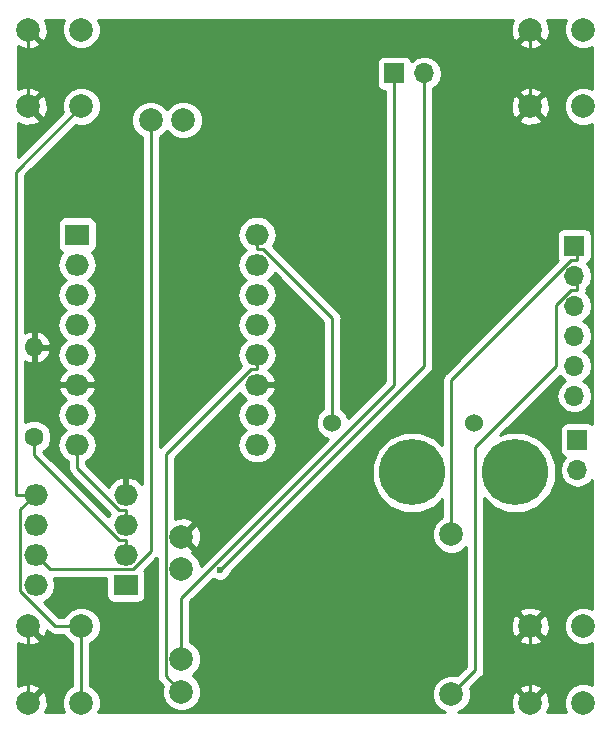
<source format=gbr>
G04 #@! TF.GenerationSoftware,KiCad,Pcbnew,(5.0.1-3-g963ef8bb5)*
G04 #@! TF.CreationDate,2019-04-15T21:43:45+02:00*
G04 #@! TF.ProjectId,NOKOlino,4E4F4B4F6C696E6F2E6B696361645F70,rev?*
G04 #@! TF.SameCoordinates,Original*
G04 #@! TF.FileFunction,Copper,L1,Top,Signal*
G04 #@! TF.FilePolarity,Positive*
%FSLAX46Y46*%
G04 Gerber Fmt 4.6, Leading zero omitted, Abs format (unit mm)*
G04 Created by KiCad (PCBNEW (5.0.1-3-g963ef8bb5)) date 2019 April 15, Monday 21:43:45*
%MOMM*%
%LPD*%
G01*
G04 APERTURE LIST*
G04 #@! TA.AperFunction,ComponentPad*
%ADD10C,1.524000*%
G04 #@! TD*
G04 #@! TA.AperFunction,ComponentPad*
%ADD11C,5.600000*%
G04 #@! TD*
G04 #@! TA.AperFunction,ComponentPad*
%ADD12C,2.000000*%
G04 #@! TD*
G04 #@! TA.AperFunction,ComponentPad*
%ADD13R,2.000000X1.800000*%
G04 #@! TD*
G04 #@! TA.AperFunction,ComponentPad*
%ADD14O,2.000000X1.800000*%
G04 #@! TD*
G04 #@! TA.AperFunction,ComponentPad*
%ADD15C,1.600000*%
G04 #@! TD*
G04 #@! TA.AperFunction,ComponentPad*
%ADD16O,1.600000X1.600000*%
G04 #@! TD*
G04 #@! TA.AperFunction,ComponentPad*
%ADD17R,1.700000X1.700000*%
G04 #@! TD*
G04 #@! TA.AperFunction,ComponentPad*
%ADD18O,1.700000X1.700000*%
G04 #@! TD*
G04 #@! TA.AperFunction,ViaPad*
%ADD19C,0.600000*%
G04 #@! TD*
G04 #@! TA.AperFunction,Conductor*
%ADD20C,0.250000*%
G04 #@! TD*
G04 #@! TA.AperFunction,Conductor*
%ADD21C,0.254000*%
G04 #@! TD*
G04 APERTURE END LIST*
D10*
G04 #@! TO.P,LS1,1*
G04 #@! TO.N,Net-(LS1-Pad1)*
X160500000Y-122300000D03*
G04 #@! TO.P,LS1,2*
G04 #@! TO.N,Net-(LS1-Pad2)*
X172500000Y-122300000D03*
G04 #@! TD*
D11*
G04 #@! TO.P,MH1,1*
G04 #@! TO.N,N/C*
X167250000Y-126500000D03*
G04 #@! TD*
G04 #@! TO.P,MH2,1*
G04 #@! TO.N,N/C*
X176000000Y-126500000D03*
G04 #@! TD*
D12*
G04 #@! TO.P,SW1,2*
G04 #@! TO.N,Net-(SW1-Pad2)*
X139250000Y-95500000D03*
G04 #@! TO.P,SW1,1*
G04 #@! TO.N,GND*
X134750000Y-95500000D03*
G04 #@! TO.P,SW1,2*
G04 #@! TO.N,Net-(SW1-Pad2)*
X139250000Y-89000000D03*
G04 #@! TO.P,SW1,1*
G04 #@! TO.N,GND*
X134750000Y-89000000D03*
G04 #@! TD*
G04 #@! TO.P,SW2,2*
G04 #@! TO.N,Net-(SW1-Pad2)*
X181750000Y-95500000D03*
G04 #@! TO.P,SW2,1*
G04 #@! TO.N,GND*
X177250000Y-95500000D03*
G04 #@! TO.P,SW2,2*
G04 #@! TO.N,Net-(SW1-Pad2)*
X181750000Y-89000000D03*
G04 #@! TO.P,SW2,1*
G04 #@! TO.N,GND*
X177250000Y-89000000D03*
G04 #@! TD*
G04 #@! TO.P,SW3,2*
G04 #@! TO.N,Net-(SW1-Pad2)*
X181750000Y-146000000D03*
G04 #@! TO.P,SW3,1*
G04 #@! TO.N,GND*
X177250000Y-146000000D03*
G04 #@! TO.P,SW3,2*
G04 #@! TO.N,Net-(SW1-Pad2)*
X181750000Y-139500000D03*
G04 #@! TO.P,SW3,1*
G04 #@! TO.N,GND*
X177250000Y-139500000D03*
G04 #@! TD*
G04 #@! TO.P,SW4,2*
G04 #@! TO.N,Net-(SW1-Pad2)*
X139250000Y-146000000D03*
G04 #@! TO.P,SW4,1*
G04 #@! TO.N,GND*
X134750000Y-146000000D03*
G04 #@! TO.P,SW4,2*
G04 #@! TO.N,Net-(SW1-Pad2)*
X139250000Y-139500000D03*
G04 #@! TO.P,SW4,1*
G04 #@! TO.N,GND*
X134750000Y-139500000D03*
G04 #@! TD*
G04 #@! TO.P,U1,4*
G04 #@! TO.N,Akku+*
X147720000Y-142310000D03*
G04 #@! TO.P,U1,5*
G04 #@! TO.N,Akku-*
X147720000Y-134690000D03*
G04 #@! TO.P,U1,6*
G04 #@! TO.N,GND*
X147720000Y-131946800D03*
G04 #@! TO.P,U1,3*
G04 #@! TO.N,Net-(J1-Pad5)*
X147720000Y-145053200D03*
G04 #@! TO.P,U1,2*
G04 #@! TO.N,USB-*
X170580000Y-131743600D03*
G04 #@! TO.P,U1,1*
G04 #@! TO.N,USB+*
X170580000Y-145256400D03*
G04 #@! TD*
D13*
G04 #@! TO.P,U2,1*
G04 #@! TO.N,Net-(U2-Pad1)*
X143000000Y-136000000D03*
D14*
G04 #@! TO.P,U2,5*
G04 #@! TO.N,Net-(SW1-Pad2)*
X135380000Y-128380000D03*
G04 #@! TO.P,U2,2*
G04 #@! TO.N,Net-(Q1-Pad2)*
X143000000Y-133460000D03*
G04 #@! TO.P,U2,6*
G04 #@! TO.N,Net-(M1-Pad9)*
X135380000Y-130920000D03*
G04 #@! TO.P,U2,3*
G04 #@! TO.N,Net-(M1-Pad8)*
X143000000Y-130920000D03*
G04 #@! TO.P,U2,7*
G04 #@! TO.N,D+*
X135380000Y-133460000D03*
G04 #@! TO.P,U2,4*
G04 #@! TO.N,GND*
X143000000Y-128380000D03*
G04 #@! TO.P,U2,8*
G04 #@! TO.N,VCC*
X135380000Y-136000000D03*
G04 #@! TD*
G04 #@! TO.P,M1,9*
G04 #@! TO.N,Net-(M1-Pad9)*
X154120000Y-124140000D03*
G04 #@! TO.P,M1,10*
G04 #@! TO.N,Net-(M1-Pad10)*
X154120000Y-121600000D03*
G04 #@! TO.P,M1,11*
G04 #@! TO.N,GND*
X154120000Y-119060000D03*
G04 #@! TO.P,M1,12*
G04 #@! TO.N,VCC*
X154120000Y-116520000D03*
G04 #@! TO.P,M1,13*
G04 #@! TO.N,Net-(M1-Pad13)*
X154120000Y-113980000D03*
G04 #@! TO.P,M1,14*
G04 #@! TO.N,Net-(M1-Pad14)*
X154120000Y-111440000D03*
G04 #@! TO.P,M1,15*
G04 #@! TO.N,Net-(LS1-Pad2)*
X154120000Y-108900000D03*
G04 #@! TO.P,M1,16*
G04 #@! TO.N,Net-(LS1-Pad1)*
X154120000Y-106360000D03*
G04 #@! TO.P,M1,8*
G04 #@! TO.N,Net-(M1-Pad8)*
X138880000Y-124140000D03*
G04 #@! TO.P,M1,7*
G04 #@! TO.N,Net-(M1-Pad7)*
X138880000Y-121600000D03*
G04 #@! TO.P,M1,6*
G04 #@! TO.N,GND*
X138880000Y-119060000D03*
G04 #@! TO.P,M1,5*
G04 #@! TO.N,Net-(M1-Pad5)*
X138880000Y-116520000D03*
G04 #@! TO.P,M1,4*
G04 #@! TO.N,Net-(M1-Pad4)*
X138880000Y-113980000D03*
G04 #@! TO.P,M1,3*
G04 #@! TO.N,Net-(M1-Pad3)*
X138880000Y-111440000D03*
G04 #@! TO.P,M1,2*
G04 #@! TO.N,Net-(M1-Pad2)*
X138880000Y-108900000D03*
D13*
G04 #@! TO.P,M1,1*
G04 #@! TO.N,Net-(M1-Pad1)*
X138880000Y-106360000D03*
D12*
G04 #@! TO.P,M1,17*
G04 #@! TO.N,D-*
X147875000Y-96650000D03*
G04 #@! TO.P,M1,18*
G04 #@! TO.N,D+*
X145100000Y-96650000D03*
G04 #@! TD*
D15*
G04 #@! TO.P,R1,1*
G04 #@! TO.N,Net-(Q1-Pad2)*
X135250000Y-123500000D03*
D16*
G04 #@! TO.P,R1,2*
G04 #@! TO.N,GND*
X135250000Y-115880000D03*
G04 #@! TD*
D17*
G04 #@! TO.P,Q1,1*
G04 #@! TO.N,VCC*
X181250000Y-123750000D03*
D18*
G04 #@! TO.P,Q1,2*
G04 #@! TO.N,Net-(Q1-Pad2)*
X181250000Y-126290000D03*
G04 #@! TD*
D17*
G04 #@! TO.P,J1,1*
G04 #@! TO.N,USB-*
X180975000Y-107315000D03*
D18*
G04 #@! TO.P,J1,2*
G04 #@! TO.N,USB+*
X180975000Y-109855000D03*
G04 #@! TO.P,J1,3*
G04 #@! TO.N,D-*
X180975000Y-112395000D03*
G04 #@! TO.P,J1,4*
G04 #@! TO.N,D+*
X180975000Y-114935000D03*
G04 #@! TO.P,J1,5*
G04 #@! TO.N,Net-(J1-Pad5)*
X180975000Y-117475000D03*
G04 #@! TO.P,J1,6*
G04 #@! TO.N,VCC*
X180975000Y-120015000D03*
G04 #@! TD*
G04 #@! TO.P,J2,2*
G04 #@! TO.N,Akku-*
X168275000Y-92710000D03*
D17*
G04 #@! TO.P,J2,1*
G04 #@! TO.N,Akku+*
X165735000Y-92710000D03*
G04 #@! TD*
D19*
G04 #@! TO.N,Akku-*
X150983000Y-134760300D03*
G04 #@! TD*
D20*
G04 #@! TO.N,Net-(LS1-Pad1)*
X160500000Y-113429200D02*
X160500000Y-122300000D01*
X154656100Y-107585300D02*
X160500000Y-113429200D01*
X154120000Y-107585300D02*
X154656100Y-107585300D01*
X154120000Y-106360000D02*
X154120000Y-107585300D01*
G04 #@! TO.N,Net-(SW1-Pad2)*
X139250000Y-139500000D02*
X139250000Y-146000000D01*
X135380000Y-128380000D02*
X133710010Y-128380000D01*
X133710010Y-101039990D02*
X139250000Y-95500000D01*
X133710010Y-128380000D02*
X133710010Y-101039990D01*
X137835787Y-139500000D02*
X139250000Y-139500000D01*
X134054990Y-136507415D02*
X137047575Y-139500000D01*
X137047575Y-139500000D02*
X137835787Y-139500000D01*
X134054990Y-129605010D02*
X134054990Y-136507415D01*
X135280000Y-128380000D02*
X134054990Y-129605010D01*
X135380000Y-128380000D02*
X135280000Y-128380000D01*
G04 #@! TO.N,VCC*
X146390800Y-143724000D02*
X147720000Y-145053200D01*
X146390800Y-124938400D02*
X146390800Y-143724000D01*
X153583900Y-117745300D02*
X146390800Y-124938400D01*
X154120000Y-117745300D02*
X153583900Y-117745300D01*
X154120000Y-116520000D02*
X154120000Y-117745300D01*
G04 #@! TO.N,Net-(M1-Pad8)*
X142463900Y-129694700D02*
X143000000Y-129694700D01*
X138880000Y-126110800D02*
X142463900Y-129694700D01*
X138880000Y-124140000D02*
X138880000Y-126110800D01*
X143000000Y-130920000D02*
X143000000Y-129694700D01*
G04 #@! TO.N,D+*
X135380000Y-133972800D02*
X135380000Y-133460000D01*
X136605010Y-134685010D02*
X135830010Y-133910010D01*
X143607415Y-134685010D02*
X136605010Y-134685010D01*
X145100000Y-133192425D02*
X143607415Y-134685010D01*
X145100000Y-96650000D02*
X145100000Y-133192425D01*
G04 #@! TO.N,Akku+*
X147720000Y-142310000D02*
X147720000Y-137110500D01*
X165735000Y-92710000D02*
X165735000Y-119095500D01*
X147720000Y-137110500D02*
X165735000Y-119095500D01*
G04 #@! TO.N,Akku-*
X168275000Y-92710000D02*
X168275000Y-117468300D01*
X150983000Y-134760300D02*
X168275000Y-117468300D01*
G04 #@! TO.N,USB-*
X180735800Y-108505300D02*
X181250000Y-108505300D01*
X170580000Y-118661100D02*
X180735800Y-108505300D01*
X170580000Y-131743600D02*
X170580000Y-118661100D01*
X181250000Y-107330000D02*
X181250000Y-108505300D01*
G04 #@! TO.N,USB+*
X181250000Y-109870000D02*
X181250000Y-111045300D01*
X180735800Y-111045300D02*
X181250000Y-111045300D01*
X179435100Y-112346000D02*
X180735800Y-111045300D01*
X179435100Y-117526900D02*
X179435100Y-112346000D01*
X172582800Y-124379200D02*
X179435100Y-117526900D01*
X172582800Y-143253600D02*
X172582800Y-124379200D01*
X170580000Y-145256400D02*
X172582800Y-143253600D01*
G04 #@! TO.N,GND*
X134750000Y-146000000D02*
X134750000Y-139500000D01*
X177250000Y-146000000D02*
X177250000Y-139500000D01*
X134750000Y-95500000D02*
X134750000Y-89000000D01*
X177250000Y-89000000D02*
X177250000Y-95500000D01*
G04 #@! TO.N,Net-(Q1-Pad2)*
X135250000Y-125020800D02*
X135250000Y-123500000D01*
X142463900Y-132234700D02*
X135250000Y-125020800D01*
X143000000Y-132234700D02*
X142463900Y-132234700D01*
X143000000Y-133460000D02*
X143000000Y-132234700D01*
G04 #@! TD*
D21*
G04 #@! TO.N,GND*
G36*
X137615000Y-88674778D02*
X137615000Y-89325222D01*
X137863914Y-89926153D01*
X138323847Y-90386086D01*
X138924778Y-90635000D01*
X139575222Y-90635000D01*
X140176153Y-90386086D01*
X140409707Y-90152532D01*
X176277073Y-90152532D01*
X176375736Y-90419387D01*
X176985461Y-90645908D01*
X177635460Y-90621856D01*
X178124264Y-90419387D01*
X178222927Y-90152532D01*
X177250000Y-89179605D01*
X176277073Y-90152532D01*
X140409707Y-90152532D01*
X140636086Y-89926153D01*
X140885000Y-89325222D01*
X140885000Y-88674778D01*
X140692482Y-88210000D01*
X175799308Y-88210000D01*
X175604092Y-88735461D01*
X175628144Y-89385460D01*
X175830613Y-89874264D01*
X176097468Y-89972927D01*
X177070395Y-89000000D01*
X177056253Y-88985858D01*
X177235858Y-88806253D01*
X177250000Y-88820395D01*
X177264143Y-88806253D01*
X177443748Y-88985858D01*
X177429605Y-89000000D01*
X178402532Y-89972927D01*
X178669387Y-89874264D01*
X178895908Y-89264539D01*
X178871856Y-88614540D01*
X178704290Y-88210000D01*
X180307518Y-88210000D01*
X180115000Y-88674778D01*
X180115000Y-89325222D01*
X180363914Y-89926153D01*
X180823847Y-90386086D01*
X181424778Y-90635000D01*
X182075222Y-90635000D01*
X182490001Y-90463193D01*
X182490001Y-94036807D01*
X182075222Y-93865000D01*
X181424778Y-93865000D01*
X180823847Y-94113914D01*
X180363914Y-94573847D01*
X180115000Y-95174778D01*
X180115000Y-95825222D01*
X180363914Y-96426153D01*
X180823847Y-96886086D01*
X181424778Y-97135000D01*
X182075222Y-97135000D01*
X182490001Y-96963193D01*
X182490000Y-122396882D01*
X182347765Y-122301843D01*
X182100000Y-122252560D01*
X180400000Y-122252560D01*
X180152235Y-122301843D01*
X179942191Y-122442191D01*
X179801843Y-122652235D01*
X179752560Y-122900000D01*
X179752560Y-124600000D01*
X179801843Y-124847765D01*
X179942191Y-125057809D01*
X180152235Y-125198157D01*
X180197619Y-125207184D01*
X180179375Y-125219375D01*
X179851161Y-125710582D01*
X179735908Y-126290000D01*
X179851161Y-126869418D01*
X180179375Y-127360625D01*
X180670582Y-127688839D01*
X181103744Y-127775000D01*
X181396256Y-127775000D01*
X181829418Y-127688839D01*
X182320625Y-127360625D01*
X182490000Y-127107137D01*
X182490000Y-138036807D01*
X182075222Y-137865000D01*
X181424778Y-137865000D01*
X180823847Y-138113914D01*
X180363914Y-138573847D01*
X180115000Y-139174778D01*
X180115000Y-139825222D01*
X180363914Y-140426153D01*
X180823847Y-140886086D01*
X181424778Y-141135000D01*
X182075222Y-141135000D01*
X182490000Y-140963193D01*
X182490000Y-144536807D01*
X182075222Y-144365000D01*
X181424778Y-144365000D01*
X180823847Y-144613914D01*
X180363914Y-145073847D01*
X180115000Y-145674778D01*
X180115000Y-146325222D01*
X180307518Y-146790000D01*
X178700692Y-146790000D01*
X178895908Y-146264539D01*
X178871856Y-145614540D01*
X178669387Y-145125736D01*
X178402532Y-145027073D01*
X177429605Y-146000000D01*
X177443748Y-146014143D01*
X177264143Y-146193748D01*
X177250000Y-146179605D01*
X177235858Y-146193748D01*
X177056253Y-146014143D01*
X177070395Y-146000000D01*
X176097468Y-145027073D01*
X175830613Y-145125736D01*
X175604092Y-145735461D01*
X175628144Y-146385460D01*
X175795710Y-146790000D01*
X171150023Y-146790000D01*
X171506153Y-146642486D01*
X171966086Y-146182553D01*
X172215000Y-145581622D01*
X172215000Y-144931178D01*
X172180327Y-144847468D01*
X176277073Y-144847468D01*
X177250000Y-145820395D01*
X178222927Y-144847468D01*
X178124264Y-144580613D01*
X177514539Y-144354092D01*
X176864540Y-144378144D01*
X176375736Y-144580613D01*
X176277073Y-144847468D01*
X172180327Y-144847468D01*
X172146177Y-144765025D01*
X173067273Y-143843929D01*
X173130729Y-143801529D01*
X173298704Y-143550137D01*
X173342800Y-143328452D01*
X173342800Y-143328447D01*
X173357688Y-143253600D01*
X173342800Y-143178753D01*
X173342800Y-140652532D01*
X176277073Y-140652532D01*
X176375736Y-140919387D01*
X176985461Y-141145908D01*
X177635460Y-141121856D01*
X178124264Y-140919387D01*
X178222927Y-140652532D01*
X177250000Y-139679605D01*
X176277073Y-140652532D01*
X173342800Y-140652532D01*
X173342800Y-139235461D01*
X175604092Y-139235461D01*
X175628144Y-139885460D01*
X175830613Y-140374264D01*
X176097468Y-140472927D01*
X177070395Y-139500000D01*
X177429605Y-139500000D01*
X178402532Y-140472927D01*
X178669387Y-140374264D01*
X178895908Y-139764539D01*
X178871856Y-139114540D01*
X178669387Y-138625736D01*
X178402532Y-138527073D01*
X177429605Y-139500000D01*
X177070395Y-139500000D01*
X176097468Y-138527073D01*
X175830613Y-138625736D01*
X175604092Y-139235461D01*
X173342800Y-139235461D01*
X173342800Y-138347468D01*
X176277073Y-138347468D01*
X177250000Y-139320395D01*
X178222927Y-138347468D01*
X178124264Y-138080613D01*
X177514539Y-137854092D01*
X176864540Y-137878144D01*
X176375736Y-138080613D01*
X176277073Y-138347468D01*
X173342800Y-138347468D01*
X173342800Y-128700624D01*
X174054229Y-129412053D01*
X175316736Y-129935000D01*
X176683264Y-129935000D01*
X177945771Y-129412053D01*
X178912053Y-128445771D01*
X179435000Y-127183264D01*
X179435000Y-125816736D01*
X178912053Y-124554229D01*
X177945771Y-123587947D01*
X176683264Y-123065000D01*
X175316736Y-123065000D01*
X174727896Y-123308905D01*
X179738871Y-118297931D01*
X179904375Y-118545625D01*
X180202761Y-118745000D01*
X179904375Y-118944375D01*
X179576161Y-119435582D01*
X179460908Y-120015000D01*
X179576161Y-120594418D01*
X179904375Y-121085625D01*
X180395582Y-121413839D01*
X180828744Y-121500000D01*
X181121256Y-121500000D01*
X181554418Y-121413839D01*
X182045625Y-121085625D01*
X182373839Y-120594418D01*
X182489092Y-120015000D01*
X182373839Y-119435582D01*
X182045625Y-118944375D01*
X181747239Y-118745000D01*
X182045625Y-118545625D01*
X182373839Y-118054418D01*
X182489092Y-117475000D01*
X182373839Y-116895582D01*
X182045625Y-116404375D01*
X181747239Y-116205000D01*
X182045625Y-116005625D01*
X182373839Y-115514418D01*
X182489092Y-114935000D01*
X182373839Y-114355582D01*
X182045625Y-113864375D01*
X181747239Y-113665000D01*
X182045625Y-113465625D01*
X182373839Y-112974418D01*
X182489092Y-112395000D01*
X182373839Y-111815582D01*
X182045625Y-111324375D01*
X181978323Y-111279405D01*
X182024889Y-111045300D01*
X182010000Y-110970448D01*
X182010000Y-110949429D01*
X182045625Y-110925625D01*
X182373839Y-110434418D01*
X182489092Y-109855000D01*
X182373839Y-109275582D01*
X182045625Y-108784375D01*
X182027381Y-108772184D01*
X182072765Y-108763157D01*
X182282809Y-108622809D01*
X182423157Y-108412765D01*
X182472440Y-108165000D01*
X182472440Y-106465000D01*
X182423157Y-106217235D01*
X182282809Y-106007191D01*
X182072765Y-105866843D01*
X181825000Y-105817560D01*
X180125000Y-105817560D01*
X179877235Y-105866843D01*
X179667191Y-106007191D01*
X179526843Y-106217235D01*
X179477560Y-106465000D01*
X179477560Y-108165000D01*
X179526843Y-108412765D01*
X179617643Y-108548655D01*
X170095528Y-118070771D01*
X170032072Y-118113171D01*
X169989672Y-118176627D01*
X169989671Y-118176628D01*
X169864097Y-118364563D01*
X169805112Y-118661100D01*
X169820001Y-118735952D01*
X169820001Y-124212177D01*
X169195771Y-123587947D01*
X167933264Y-123065000D01*
X166566736Y-123065000D01*
X165304229Y-123587947D01*
X164337947Y-124554229D01*
X163815000Y-125816736D01*
X163815000Y-127183264D01*
X164337947Y-128445771D01*
X165304229Y-129412053D01*
X166566736Y-129935000D01*
X167933264Y-129935000D01*
X169195771Y-129412053D01*
X169820000Y-128787824D01*
X169820000Y-130288691D01*
X169653847Y-130357514D01*
X169193914Y-130817447D01*
X168945000Y-131418378D01*
X168945000Y-132068822D01*
X169193914Y-132669753D01*
X169653847Y-133129686D01*
X170254778Y-133378600D01*
X170905222Y-133378600D01*
X171506153Y-133129686D01*
X171822801Y-132813038D01*
X171822800Y-142938798D01*
X171071375Y-143690223D01*
X170905222Y-143621400D01*
X170254778Y-143621400D01*
X169653847Y-143870314D01*
X169193914Y-144330247D01*
X168945000Y-144931178D01*
X168945000Y-145581622D01*
X169193914Y-146182553D01*
X169653847Y-146642486D01*
X170009977Y-146790000D01*
X140692482Y-146790000D01*
X140885000Y-146325222D01*
X140885000Y-145674778D01*
X140636086Y-145073847D01*
X140176153Y-144613914D01*
X140010000Y-144545091D01*
X140010000Y-140954909D01*
X140176153Y-140886086D01*
X140636086Y-140426153D01*
X140885000Y-139825222D01*
X140885000Y-139174778D01*
X140636086Y-138573847D01*
X140176153Y-138113914D01*
X139575222Y-137865000D01*
X138924778Y-137865000D01*
X138323847Y-138113914D01*
X137863914Y-138573847D01*
X137795091Y-138740000D01*
X137362378Y-138740000D01*
X136070076Y-137447699D01*
X136078927Y-137445938D01*
X136586673Y-137106673D01*
X136925938Y-136598927D01*
X137045072Y-136000000D01*
X136934678Y-135445010D01*
X141352560Y-135445010D01*
X141352560Y-136900000D01*
X141401843Y-137147765D01*
X141542191Y-137357809D01*
X141752235Y-137498157D01*
X142000000Y-137547440D01*
X144000000Y-137547440D01*
X144247765Y-137498157D01*
X144457809Y-137357809D01*
X144598157Y-137147765D01*
X144647440Y-136900000D01*
X144647440Y-135100000D01*
X144598157Y-134852235D01*
X144564845Y-134802381D01*
X145584473Y-133782754D01*
X145630800Y-133751799D01*
X145630801Y-143649148D01*
X145615912Y-143724000D01*
X145630801Y-143798852D01*
X145674897Y-144020537D01*
X145842872Y-144271929D01*
X145906328Y-144314329D01*
X146153823Y-144561824D01*
X146085000Y-144727978D01*
X146085000Y-145378422D01*
X146333914Y-145979353D01*
X146793847Y-146439286D01*
X147394778Y-146688200D01*
X148045222Y-146688200D01*
X148646153Y-146439286D01*
X149106086Y-145979353D01*
X149355000Y-145378422D01*
X149355000Y-144727978D01*
X149106086Y-144127047D01*
X148660639Y-143681600D01*
X149106086Y-143236153D01*
X149355000Y-142635222D01*
X149355000Y-141984778D01*
X149106086Y-141383847D01*
X148646153Y-140923914D01*
X148480000Y-140855091D01*
X148480000Y-137425301D01*
X150402856Y-135502446D01*
X150453365Y-135552955D01*
X150797017Y-135695300D01*
X151168983Y-135695300D01*
X151512635Y-135552955D01*
X151775655Y-135289935D01*
X151918000Y-134946283D01*
X151918000Y-134900101D01*
X168759473Y-118058629D01*
X168822929Y-118016229D01*
X168990904Y-117764837D01*
X169035000Y-117543152D01*
X169035000Y-117543147D01*
X169049888Y-117468300D01*
X169035000Y-117393453D01*
X169035000Y-96652532D01*
X176277073Y-96652532D01*
X176375736Y-96919387D01*
X176985461Y-97145908D01*
X177635460Y-97121856D01*
X178124264Y-96919387D01*
X178222927Y-96652532D01*
X177250000Y-95679605D01*
X176277073Y-96652532D01*
X169035000Y-96652532D01*
X169035000Y-95235461D01*
X175604092Y-95235461D01*
X175628144Y-95885460D01*
X175830613Y-96374264D01*
X176097468Y-96472927D01*
X177070395Y-95500000D01*
X177429605Y-95500000D01*
X178402532Y-96472927D01*
X178669387Y-96374264D01*
X178895908Y-95764539D01*
X178871856Y-95114540D01*
X178669387Y-94625736D01*
X178402532Y-94527073D01*
X177429605Y-95500000D01*
X177070395Y-95500000D01*
X176097468Y-94527073D01*
X175830613Y-94625736D01*
X175604092Y-95235461D01*
X169035000Y-95235461D01*
X169035000Y-94347468D01*
X176277073Y-94347468D01*
X177250000Y-95320395D01*
X178222927Y-94347468D01*
X178124264Y-94080613D01*
X177514539Y-93854092D01*
X176864540Y-93878144D01*
X176375736Y-94080613D01*
X176277073Y-94347468D01*
X169035000Y-94347468D01*
X169035000Y-93988178D01*
X169345625Y-93780625D01*
X169673839Y-93289418D01*
X169789092Y-92710000D01*
X169673839Y-92130582D01*
X169345625Y-91639375D01*
X168854418Y-91311161D01*
X168421256Y-91225000D01*
X168128744Y-91225000D01*
X167695582Y-91311161D01*
X167204375Y-91639375D01*
X167192184Y-91657619D01*
X167183157Y-91612235D01*
X167042809Y-91402191D01*
X166832765Y-91261843D01*
X166585000Y-91212560D01*
X164885000Y-91212560D01*
X164637235Y-91261843D01*
X164427191Y-91402191D01*
X164286843Y-91612235D01*
X164237560Y-91860000D01*
X164237560Y-93560000D01*
X164286843Y-93807765D01*
X164427191Y-94017809D01*
X164637235Y-94158157D01*
X164885000Y-94207440D01*
X164975000Y-94207440D01*
X164975001Y-118780696D01*
X161849135Y-121906562D01*
X161684320Y-121508663D01*
X161291337Y-121115680D01*
X161260000Y-121102700D01*
X161260000Y-113504048D01*
X161274888Y-113429200D01*
X161260000Y-113354352D01*
X161260000Y-113354348D01*
X161215904Y-113132663D01*
X161047929Y-112881271D01*
X160984473Y-112838871D01*
X155441069Y-107295468D01*
X155665938Y-106958927D01*
X155785072Y-106360000D01*
X155665938Y-105761073D01*
X155326673Y-105253327D01*
X154818927Y-104914062D01*
X154371182Y-104825000D01*
X153868818Y-104825000D01*
X153421073Y-104914062D01*
X152913327Y-105253327D01*
X152574062Y-105761073D01*
X152454928Y-106360000D01*
X152574062Y-106958927D01*
X152913327Y-107466673D01*
X153157763Y-107630000D01*
X152913327Y-107793327D01*
X152574062Y-108301073D01*
X152454928Y-108900000D01*
X152574062Y-109498927D01*
X152913327Y-110006673D01*
X153157763Y-110170000D01*
X152913327Y-110333327D01*
X152574062Y-110841073D01*
X152454928Y-111440000D01*
X152574062Y-112038927D01*
X152913327Y-112546673D01*
X153157763Y-112710000D01*
X152913327Y-112873327D01*
X152574062Y-113381073D01*
X152454928Y-113980000D01*
X152574062Y-114578927D01*
X152913327Y-115086673D01*
X153157763Y-115250000D01*
X152913327Y-115413327D01*
X152574062Y-115921073D01*
X152454928Y-116520000D01*
X152574062Y-117118927D01*
X152798931Y-117455467D01*
X145906330Y-124348069D01*
X145860000Y-124379026D01*
X145860000Y-98104909D01*
X146026153Y-98036086D01*
X146486086Y-97576153D01*
X146487500Y-97572739D01*
X146488914Y-97576153D01*
X146948847Y-98036086D01*
X147549778Y-98285000D01*
X148200222Y-98285000D01*
X148801153Y-98036086D01*
X149261086Y-97576153D01*
X149510000Y-96975222D01*
X149510000Y-96324778D01*
X149261086Y-95723847D01*
X148801153Y-95263914D01*
X148200222Y-95015000D01*
X147549778Y-95015000D01*
X146948847Y-95263914D01*
X146488914Y-95723847D01*
X146487500Y-95727261D01*
X146486086Y-95723847D01*
X146026153Y-95263914D01*
X145425222Y-95015000D01*
X144774778Y-95015000D01*
X144173847Y-95263914D01*
X143713914Y-95723847D01*
X143465000Y-96324778D01*
X143465000Y-96975222D01*
X143713914Y-97576153D01*
X144173847Y-98036086D01*
X144340000Y-98104909D01*
X144340001Y-127484153D01*
X143924474Y-127086255D01*
X143366620Y-126869223D01*
X143127000Y-127004865D01*
X143127000Y-128253000D01*
X143147000Y-128253000D01*
X143147000Y-128507000D01*
X143127000Y-128507000D01*
X143127000Y-128527000D01*
X142873000Y-128527000D01*
X142873000Y-128507000D01*
X142853000Y-128507000D01*
X142853000Y-128253000D01*
X142873000Y-128253000D01*
X142873000Y-127004865D01*
X142633380Y-126869223D01*
X142075526Y-127086255D01*
X141643191Y-127500248D01*
X141549736Y-127705734D01*
X139640000Y-125795999D01*
X139640000Y-125545130D01*
X140086673Y-125246673D01*
X140425938Y-124738927D01*
X140545072Y-124140000D01*
X140425938Y-123541073D01*
X140086673Y-123033327D01*
X139842237Y-122870000D01*
X140086673Y-122706673D01*
X140425938Y-122198927D01*
X140545072Y-121600000D01*
X140425938Y-121001073D01*
X140086673Y-120493327D01*
X139834600Y-120324897D01*
X140236809Y-119939752D01*
X140471036Y-119424740D01*
X140350378Y-119187000D01*
X139007000Y-119187000D01*
X139007000Y-119207000D01*
X138753000Y-119207000D01*
X138753000Y-119187000D01*
X137409622Y-119187000D01*
X137288964Y-119424740D01*
X137523191Y-119939752D01*
X137925400Y-120324897D01*
X137673327Y-120493327D01*
X137334062Y-121001073D01*
X137214928Y-121600000D01*
X137334062Y-122198927D01*
X137673327Y-122706673D01*
X137917763Y-122870000D01*
X137673327Y-123033327D01*
X137334062Y-123541073D01*
X137214928Y-124140000D01*
X137334062Y-124738927D01*
X137673327Y-125246673D01*
X138120001Y-125545131D01*
X138120001Y-126035948D01*
X138105112Y-126110800D01*
X138120001Y-126185652D01*
X138164097Y-126407337D01*
X138332072Y-126658729D01*
X138395528Y-126701129D01*
X141678931Y-129984533D01*
X141522560Y-130218558D01*
X136032932Y-124728931D01*
X136062862Y-124716534D01*
X136466534Y-124312862D01*
X136685000Y-123785439D01*
X136685000Y-123214561D01*
X136466534Y-122687138D01*
X136062862Y-122283466D01*
X135535439Y-122065000D01*
X134964561Y-122065000D01*
X134470010Y-122269850D01*
X134470010Y-117072481D01*
X134512577Y-117111041D01*
X134900961Y-117271904D01*
X135123000Y-117149915D01*
X135123000Y-116007000D01*
X135377000Y-116007000D01*
X135377000Y-117149915D01*
X135599039Y-117271904D01*
X135987423Y-117111041D01*
X136402389Y-116735134D01*
X136641914Y-116229041D01*
X136520629Y-116007000D01*
X135377000Y-116007000D01*
X135123000Y-116007000D01*
X135103000Y-116007000D01*
X135103000Y-115753000D01*
X135123000Y-115753000D01*
X135123000Y-114610085D01*
X135377000Y-114610085D01*
X135377000Y-115753000D01*
X136520629Y-115753000D01*
X136641914Y-115530959D01*
X136402389Y-115024866D01*
X135987423Y-114648959D01*
X135599039Y-114488096D01*
X135377000Y-114610085D01*
X135123000Y-114610085D01*
X134900961Y-114488096D01*
X134512577Y-114648959D01*
X134470010Y-114687519D01*
X134470010Y-108900000D01*
X137214928Y-108900000D01*
X137334062Y-109498927D01*
X137673327Y-110006673D01*
X137917763Y-110170000D01*
X137673327Y-110333327D01*
X137334062Y-110841073D01*
X137214928Y-111440000D01*
X137334062Y-112038927D01*
X137673327Y-112546673D01*
X137917763Y-112710000D01*
X137673327Y-112873327D01*
X137334062Y-113381073D01*
X137214928Y-113980000D01*
X137334062Y-114578927D01*
X137673327Y-115086673D01*
X137917763Y-115250000D01*
X137673327Y-115413327D01*
X137334062Y-115921073D01*
X137214928Y-116520000D01*
X137334062Y-117118927D01*
X137673327Y-117626673D01*
X137925400Y-117795103D01*
X137523191Y-118180248D01*
X137288964Y-118695260D01*
X137409622Y-118933000D01*
X138753000Y-118933000D01*
X138753000Y-118913000D01*
X139007000Y-118913000D01*
X139007000Y-118933000D01*
X140350378Y-118933000D01*
X140471036Y-118695260D01*
X140236809Y-118180248D01*
X139834600Y-117795103D01*
X140086673Y-117626673D01*
X140425938Y-117118927D01*
X140545072Y-116520000D01*
X140425938Y-115921073D01*
X140086673Y-115413327D01*
X139842237Y-115250000D01*
X140086673Y-115086673D01*
X140425938Y-114578927D01*
X140545072Y-113980000D01*
X140425938Y-113381073D01*
X140086673Y-112873327D01*
X139842237Y-112710000D01*
X140086673Y-112546673D01*
X140425938Y-112038927D01*
X140545072Y-111440000D01*
X140425938Y-110841073D01*
X140086673Y-110333327D01*
X139842237Y-110170000D01*
X140086673Y-110006673D01*
X140425938Y-109498927D01*
X140545072Y-108900000D01*
X140425938Y-108301073D01*
X140129304Y-107857129D01*
X140337809Y-107717809D01*
X140478157Y-107507765D01*
X140527440Y-107260000D01*
X140527440Y-105460000D01*
X140478157Y-105212235D01*
X140337809Y-105002191D01*
X140127765Y-104861843D01*
X139880000Y-104812560D01*
X137880000Y-104812560D01*
X137632235Y-104861843D01*
X137422191Y-105002191D01*
X137281843Y-105212235D01*
X137232560Y-105460000D01*
X137232560Y-107260000D01*
X137281843Y-107507765D01*
X137422191Y-107717809D01*
X137630696Y-107857129D01*
X137334062Y-108301073D01*
X137214928Y-108900000D01*
X134470010Y-108900000D01*
X134470010Y-101354791D01*
X138758625Y-97066177D01*
X138924778Y-97135000D01*
X139575222Y-97135000D01*
X140176153Y-96886086D01*
X140636086Y-96426153D01*
X140885000Y-95825222D01*
X140885000Y-95174778D01*
X140636086Y-94573847D01*
X140176153Y-94113914D01*
X139575222Y-93865000D01*
X138924778Y-93865000D01*
X138323847Y-94113914D01*
X137863914Y-94573847D01*
X137615000Y-95174778D01*
X137615000Y-95825222D01*
X137683823Y-95991375D01*
X133910000Y-99765199D01*
X133910000Y-96932117D01*
X134485461Y-97145908D01*
X135135460Y-97121856D01*
X135624264Y-96919387D01*
X135722927Y-96652532D01*
X134750000Y-95679605D01*
X134735858Y-95693748D01*
X134556253Y-95514143D01*
X134570395Y-95500000D01*
X134929605Y-95500000D01*
X135902532Y-96472927D01*
X136169387Y-96374264D01*
X136395908Y-95764539D01*
X136371856Y-95114540D01*
X136169387Y-94625736D01*
X135902532Y-94527073D01*
X134929605Y-95500000D01*
X134570395Y-95500000D01*
X134556253Y-95485858D01*
X134735858Y-95306253D01*
X134750000Y-95320395D01*
X135722927Y-94347468D01*
X135624264Y-94080613D01*
X135014539Y-93854092D01*
X134364540Y-93878144D01*
X133910000Y-94066420D01*
X133910000Y-90432117D01*
X134485461Y-90645908D01*
X135135460Y-90621856D01*
X135624264Y-90419387D01*
X135722927Y-90152532D01*
X134750000Y-89179605D01*
X134735858Y-89193748D01*
X134556253Y-89014143D01*
X134570395Y-89000000D01*
X134556253Y-88985858D01*
X134735858Y-88806253D01*
X134750000Y-88820395D01*
X134764143Y-88806253D01*
X134943748Y-88985858D01*
X134929605Y-89000000D01*
X135902532Y-89972927D01*
X136169387Y-89874264D01*
X136395908Y-89264539D01*
X136371856Y-88614540D01*
X136204290Y-88210000D01*
X137807518Y-88210000D01*
X137615000Y-88674778D01*
X137615000Y-88674778D01*
G37*
X137615000Y-88674778D02*
X137615000Y-89325222D01*
X137863914Y-89926153D01*
X138323847Y-90386086D01*
X138924778Y-90635000D01*
X139575222Y-90635000D01*
X140176153Y-90386086D01*
X140409707Y-90152532D01*
X176277073Y-90152532D01*
X176375736Y-90419387D01*
X176985461Y-90645908D01*
X177635460Y-90621856D01*
X178124264Y-90419387D01*
X178222927Y-90152532D01*
X177250000Y-89179605D01*
X176277073Y-90152532D01*
X140409707Y-90152532D01*
X140636086Y-89926153D01*
X140885000Y-89325222D01*
X140885000Y-88674778D01*
X140692482Y-88210000D01*
X175799308Y-88210000D01*
X175604092Y-88735461D01*
X175628144Y-89385460D01*
X175830613Y-89874264D01*
X176097468Y-89972927D01*
X177070395Y-89000000D01*
X177056253Y-88985858D01*
X177235858Y-88806253D01*
X177250000Y-88820395D01*
X177264143Y-88806253D01*
X177443748Y-88985858D01*
X177429605Y-89000000D01*
X178402532Y-89972927D01*
X178669387Y-89874264D01*
X178895908Y-89264539D01*
X178871856Y-88614540D01*
X178704290Y-88210000D01*
X180307518Y-88210000D01*
X180115000Y-88674778D01*
X180115000Y-89325222D01*
X180363914Y-89926153D01*
X180823847Y-90386086D01*
X181424778Y-90635000D01*
X182075222Y-90635000D01*
X182490001Y-90463193D01*
X182490001Y-94036807D01*
X182075222Y-93865000D01*
X181424778Y-93865000D01*
X180823847Y-94113914D01*
X180363914Y-94573847D01*
X180115000Y-95174778D01*
X180115000Y-95825222D01*
X180363914Y-96426153D01*
X180823847Y-96886086D01*
X181424778Y-97135000D01*
X182075222Y-97135000D01*
X182490001Y-96963193D01*
X182490000Y-122396882D01*
X182347765Y-122301843D01*
X182100000Y-122252560D01*
X180400000Y-122252560D01*
X180152235Y-122301843D01*
X179942191Y-122442191D01*
X179801843Y-122652235D01*
X179752560Y-122900000D01*
X179752560Y-124600000D01*
X179801843Y-124847765D01*
X179942191Y-125057809D01*
X180152235Y-125198157D01*
X180197619Y-125207184D01*
X180179375Y-125219375D01*
X179851161Y-125710582D01*
X179735908Y-126290000D01*
X179851161Y-126869418D01*
X180179375Y-127360625D01*
X180670582Y-127688839D01*
X181103744Y-127775000D01*
X181396256Y-127775000D01*
X181829418Y-127688839D01*
X182320625Y-127360625D01*
X182490000Y-127107137D01*
X182490000Y-138036807D01*
X182075222Y-137865000D01*
X181424778Y-137865000D01*
X180823847Y-138113914D01*
X180363914Y-138573847D01*
X180115000Y-139174778D01*
X180115000Y-139825222D01*
X180363914Y-140426153D01*
X180823847Y-140886086D01*
X181424778Y-141135000D01*
X182075222Y-141135000D01*
X182490000Y-140963193D01*
X182490000Y-144536807D01*
X182075222Y-144365000D01*
X181424778Y-144365000D01*
X180823847Y-144613914D01*
X180363914Y-145073847D01*
X180115000Y-145674778D01*
X180115000Y-146325222D01*
X180307518Y-146790000D01*
X178700692Y-146790000D01*
X178895908Y-146264539D01*
X178871856Y-145614540D01*
X178669387Y-145125736D01*
X178402532Y-145027073D01*
X177429605Y-146000000D01*
X177443748Y-146014143D01*
X177264143Y-146193748D01*
X177250000Y-146179605D01*
X177235858Y-146193748D01*
X177056253Y-146014143D01*
X177070395Y-146000000D01*
X176097468Y-145027073D01*
X175830613Y-145125736D01*
X175604092Y-145735461D01*
X175628144Y-146385460D01*
X175795710Y-146790000D01*
X171150023Y-146790000D01*
X171506153Y-146642486D01*
X171966086Y-146182553D01*
X172215000Y-145581622D01*
X172215000Y-144931178D01*
X172180327Y-144847468D01*
X176277073Y-144847468D01*
X177250000Y-145820395D01*
X178222927Y-144847468D01*
X178124264Y-144580613D01*
X177514539Y-144354092D01*
X176864540Y-144378144D01*
X176375736Y-144580613D01*
X176277073Y-144847468D01*
X172180327Y-144847468D01*
X172146177Y-144765025D01*
X173067273Y-143843929D01*
X173130729Y-143801529D01*
X173298704Y-143550137D01*
X173342800Y-143328452D01*
X173342800Y-143328447D01*
X173357688Y-143253600D01*
X173342800Y-143178753D01*
X173342800Y-140652532D01*
X176277073Y-140652532D01*
X176375736Y-140919387D01*
X176985461Y-141145908D01*
X177635460Y-141121856D01*
X178124264Y-140919387D01*
X178222927Y-140652532D01*
X177250000Y-139679605D01*
X176277073Y-140652532D01*
X173342800Y-140652532D01*
X173342800Y-139235461D01*
X175604092Y-139235461D01*
X175628144Y-139885460D01*
X175830613Y-140374264D01*
X176097468Y-140472927D01*
X177070395Y-139500000D01*
X177429605Y-139500000D01*
X178402532Y-140472927D01*
X178669387Y-140374264D01*
X178895908Y-139764539D01*
X178871856Y-139114540D01*
X178669387Y-138625736D01*
X178402532Y-138527073D01*
X177429605Y-139500000D01*
X177070395Y-139500000D01*
X176097468Y-138527073D01*
X175830613Y-138625736D01*
X175604092Y-139235461D01*
X173342800Y-139235461D01*
X173342800Y-138347468D01*
X176277073Y-138347468D01*
X177250000Y-139320395D01*
X178222927Y-138347468D01*
X178124264Y-138080613D01*
X177514539Y-137854092D01*
X176864540Y-137878144D01*
X176375736Y-138080613D01*
X176277073Y-138347468D01*
X173342800Y-138347468D01*
X173342800Y-128700624D01*
X174054229Y-129412053D01*
X175316736Y-129935000D01*
X176683264Y-129935000D01*
X177945771Y-129412053D01*
X178912053Y-128445771D01*
X179435000Y-127183264D01*
X179435000Y-125816736D01*
X178912053Y-124554229D01*
X177945771Y-123587947D01*
X176683264Y-123065000D01*
X175316736Y-123065000D01*
X174727896Y-123308905D01*
X179738871Y-118297931D01*
X179904375Y-118545625D01*
X180202761Y-118745000D01*
X179904375Y-118944375D01*
X179576161Y-119435582D01*
X179460908Y-120015000D01*
X179576161Y-120594418D01*
X179904375Y-121085625D01*
X180395582Y-121413839D01*
X180828744Y-121500000D01*
X181121256Y-121500000D01*
X181554418Y-121413839D01*
X182045625Y-121085625D01*
X182373839Y-120594418D01*
X182489092Y-120015000D01*
X182373839Y-119435582D01*
X182045625Y-118944375D01*
X181747239Y-118745000D01*
X182045625Y-118545625D01*
X182373839Y-118054418D01*
X182489092Y-117475000D01*
X182373839Y-116895582D01*
X182045625Y-116404375D01*
X181747239Y-116205000D01*
X182045625Y-116005625D01*
X182373839Y-115514418D01*
X182489092Y-114935000D01*
X182373839Y-114355582D01*
X182045625Y-113864375D01*
X181747239Y-113665000D01*
X182045625Y-113465625D01*
X182373839Y-112974418D01*
X182489092Y-112395000D01*
X182373839Y-111815582D01*
X182045625Y-111324375D01*
X181978323Y-111279405D01*
X182024889Y-111045300D01*
X182010000Y-110970448D01*
X182010000Y-110949429D01*
X182045625Y-110925625D01*
X182373839Y-110434418D01*
X182489092Y-109855000D01*
X182373839Y-109275582D01*
X182045625Y-108784375D01*
X182027381Y-108772184D01*
X182072765Y-108763157D01*
X182282809Y-108622809D01*
X182423157Y-108412765D01*
X182472440Y-108165000D01*
X182472440Y-106465000D01*
X182423157Y-106217235D01*
X182282809Y-106007191D01*
X182072765Y-105866843D01*
X181825000Y-105817560D01*
X180125000Y-105817560D01*
X179877235Y-105866843D01*
X179667191Y-106007191D01*
X179526843Y-106217235D01*
X179477560Y-106465000D01*
X179477560Y-108165000D01*
X179526843Y-108412765D01*
X179617643Y-108548655D01*
X170095528Y-118070771D01*
X170032072Y-118113171D01*
X169989672Y-118176627D01*
X169989671Y-118176628D01*
X169864097Y-118364563D01*
X169805112Y-118661100D01*
X169820001Y-118735952D01*
X169820001Y-124212177D01*
X169195771Y-123587947D01*
X167933264Y-123065000D01*
X166566736Y-123065000D01*
X165304229Y-123587947D01*
X164337947Y-124554229D01*
X163815000Y-125816736D01*
X163815000Y-127183264D01*
X164337947Y-128445771D01*
X165304229Y-129412053D01*
X166566736Y-129935000D01*
X167933264Y-129935000D01*
X169195771Y-129412053D01*
X169820000Y-128787824D01*
X169820000Y-130288691D01*
X169653847Y-130357514D01*
X169193914Y-130817447D01*
X168945000Y-131418378D01*
X168945000Y-132068822D01*
X169193914Y-132669753D01*
X169653847Y-133129686D01*
X170254778Y-133378600D01*
X170905222Y-133378600D01*
X171506153Y-133129686D01*
X171822801Y-132813038D01*
X171822800Y-142938798D01*
X171071375Y-143690223D01*
X170905222Y-143621400D01*
X170254778Y-143621400D01*
X169653847Y-143870314D01*
X169193914Y-144330247D01*
X168945000Y-144931178D01*
X168945000Y-145581622D01*
X169193914Y-146182553D01*
X169653847Y-146642486D01*
X170009977Y-146790000D01*
X140692482Y-146790000D01*
X140885000Y-146325222D01*
X140885000Y-145674778D01*
X140636086Y-145073847D01*
X140176153Y-144613914D01*
X140010000Y-144545091D01*
X140010000Y-140954909D01*
X140176153Y-140886086D01*
X140636086Y-140426153D01*
X140885000Y-139825222D01*
X140885000Y-139174778D01*
X140636086Y-138573847D01*
X140176153Y-138113914D01*
X139575222Y-137865000D01*
X138924778Y-137865000D01*
X138323847Y-138113914D01*
X137863914Y-138573847D01*
X137795091Y-138740000D01*
X137362378Y-138740000D01*
X136070076Y-137447699D01*
X136078927Y-137445938D01*
X136586673Y-137106673D01*
X136925938Y-136598927D01*
X137045072Y-136000000D01*
X136934678Y-135445010D01*
X141352560Y-135445010D01*
X141352560Y-136900000D01*
X141401843Y-137147765D01*
X141542191Y-137357809D01*
X141752235Y-137498157D01*
X142000000Y-137547440D01*
X144000000Y-137547440D01*
X144247765Y-137498157D01*
X144457809Y-137357809D01*
X144598157Y-137147765D01*
X144647440Y-136900000D01*
X144647440Y-135100000D01*
X144598157Y-134852235D01*
X144564845Y-134802381D01*
X145584473Y-133782754D01*
X145630800Y-133751799D01*
X145630801Y-143649148D01*
X145615912Y-143724000D01*
X145630801Y-143798852D01*
X145674897Y-144020537D01*
X145842872Y-144271929D01*
X145906328Y-144314329D01*
X146153823Y-144561824D01*
X146085000Y-144727978D01*
X146085000Y-145378422D01*
X146333914Y-145979353D01*
X146793847Y-146439286D01*
X147394778Y-146688200D01*
X148045222Y-146688200D01*
X148646153Y-146439286D01*
X149106086Y-145979353D01*
X149355000Y-145378422D01*
X149355000Y-144727978D01*
X149106086Y-144127047D01*
X148660639Y-143681600D01*
X149106086Y-143236153D01*
X149355000Y-142635222D01*
X149355000Y-141984778D01*
X149106086Y-141383847D01*
X148646153Y-140923914D01*
X148480000Y-140855091D01*
X148480000Y-137425301D01*
X150402856Y-135502446D01*
X150453365Y-135552955D01*
X150797017Y-135695300D01*
X151168983Y-135695300D01*
X151512635Y-135552955D01*
X151775655Y-135289935D01*
X151918000Y-134946283D01*
X151918000Y-134900101D01*
X168759473Y-118058629D01*
X168822929Y-118016229D01*
X168990904Y-117764837D01*
X169035000Y-117543152D01*
X169035000Y-117543147D01*
X169049888Y-117468300D01*
X169035000Y-117393453D01*
X169035000Y-96652532D01*
X176277073Y-96652532D01*
X176375736Y-96919387D01*
X176985461Y-97145908D01*
X177635460Y-97121856D01*
X178124264Y-96919387D01*
X178222927Y-96652532D01*
X177250000Y-95679605D01*
X176277073Y-96652532D01*
X169035000Y-96652532D01*
X169035000Y-95235461D01*
X175604092Y-95235461D01*
X175628144Y-95885460D01*
X175830613Y-96374264D01*
X176097468Y-96472927D01*
X177070395Y-95500000D01*
X177429605Y-95500000D01*
X178402532Y-96472927D01*
X178669387Y-96374264D01*
X178895908Y-95764539D01*
X178871856Y-95114540D01*
X178669387Y-94625736D01*
X178402532Y-94527073D01*
X177429605Y-95500000D01*
X177070395Y-95500000D01*
X176097468Y-94527073D01*
X175830613Y-94625736D01*
X175604092Y-95235461D01*
X169035000Y-95235461D01*
X169035000Y-94347468D01*
X176277073Y-94347468D01*
X177250000Y-95320395D01*
X178222927Y-94347468D01*
X178124264Y-94080613D01*
X177514539Y-93854092D01*
X176864540Y-93878144D01*
X176375736Y-94080613D01*
X176277073Y-94347468D01*
X169035000Y-94347468D01*
X169035000Y-93988178D01*
X169345625Y-93780625D01*
X169673839Y-93289418D01*
X169789092Y-92710000D01*
X169673839Y-92130582D01*
X169345625Y-91639375D01*
X168854418Y-91311161D01*
X168421256Y-91225000D01*
X168128744Y-91225000D01*
X167695582Y-91311161D01*
X167204375Y-91639375D01*
X167192184Y-91657619D01*
X167183157Y-91612235D01*
X167042809Y-91402191D01*
X166832765Y-91261843D01*
X166585000Y-91212560D01*
X164885000Y-91212560D01*
X164637235Y-91261843D01*
X164427191Y-91402191D01*
X164286843Y-91612235D01*
X164237560Y-91860000D01*
X164237560Y-93560000D01*
X164286843Y-93807765D01*
X164427191Y-94017809D01*
X164637235Y-94158157D01*
X164885000Y-94207440D01*
X164975000Y-94207440D01*
X164975001Y-118780696D01*
X161849135Y-121906562D01*
X161684320Y-121508663D01*
X161291337Y-121115680D01*
X161260000Y-121102700D01*
X161260000Y-113504048D01*
X161274888Y-113429200D01*
X161260000Y-113354352D01*
X161260000Y-113354348D01*
X161215904Y-113132663D01*
X161047929Y-112881271D01*
X160984473Y-112838871D01*
X155441069Y-107295468D01*
X155665938Y-106958927D01*
X155785072Y-106360000D01*
X155665938Y-105761073D01*
X155326673Y-105253327D01*
X154818927Y-104914062D01*
X154371182Y-104825000D01*
X153868818Y-104825000D01*
X153421073Y-104914062D01*
X152913327Y-105253327D01*
X152574062Y-105761073D01*
X152454928Y-106360000D01*
X152574062Y-106958927D01*
X152913327Y-107466673D01*
X153157763Y-107630000D01*
X152913327Y-107793327D01*
X152574062Y-108301073D01*
X152454928Y-108900000D01*
X152574062Y-109498927D01*
X152913327Y-110006673D01*
X153157763Y-110170000D01*
X152913327Y-110333327D01*
X152574062Y-110841073D01*
X152454928Y-111440000D01*
X152574062Y-112038927D01*
X152913327Y-112546673D01*
X153157763Y-112710000D01*
X152913327Y-112873327D01*
X152574062Y-113381073D01*
X152454928Y-113980000D01*
X152574062Y-114578927D01*
X152913327Y-115086673D01*
X153157763Y-115250000D01*
X152913327Y-115413327D01*
X152574062Y-115921073D01*
X152454928Y-116520000D01*
X152574062Y-117118927D01*
X152798931Y-117455467D01*
X145906330Y-124348069D01*
X145860000Y-124379026D01*
X145860000Y-98104909D01*
X146026153Y-98036086D01*
X146486086Y-97576153D01*
X146487500Y-97572739D01*
X146488914Y-97576153D01*
X146948847Y-98036086D01*
X147549778Y-98285000D01*
X148200222Y-98285000D01*
X148801153Y-98036086D01*
X149261086Y-97576153D01*
X149510000Y-96975222D01*
X149510000Y-96324778D01*
X149261086Y-95723847D01*
X148801153Y-95263914D01*
X148200222Y-95015000D01*
X147549778Y-95015000D01*
X146948847Y-95263914D01*
X146488914Y-95723847D01*
X146487500Y-95727261D01*
X146486086Y-95723847D01*
X146026153Y-95263914D01*
X145425222Y-95015000D01*
X144774778Y-95015000D01*
X144173847Y-95263914D01*
X143713914Y-95723847D01*
X143465000Y-96324778D01*
X143465000Y-96975222D01*
X143713914Y-97576153D01*
X144173847Y-98036086D01*
X144340000Y-98104909D01*
X144340001Y-127484153D01*
X143924474Y-127086255D01*
X143366620Y-126869223D01*
X143127000Y-127004865D01*
X143127000Y-128253000D01*
X143147000Y-128253000D01*
X143147000Y-128507000D01*
X143127000Y-128507000D01*
X143127000Y-128527000D01*
X142873000Y-128527000D01*
X142873000Y-128507000D01*
X142853000Y-128507000D01*
X142853000Y-128253000D01*
X142873000Y-128253000D01*
X142873000Y-127004865D01*
X142633380Y-126869223D01*
X142075526Y-127086255D01*
X141643191Y-127500248D01*
X141549736Y-127705734D01*
X139640000Y-125795999D01*
X139640000Y-125545130D01*
X140086673Y-125246673D01*
X140425938Y-124738927D01*
X140545072Y-124140000D01*
X140425938Y-123541073D01*
X140086673Y-123033327D01*
X139842237Y-122870000D01*
X140086673Y-122706673D01*
X140425938Y-122198927D01*
X140545072Y-121600000D01*
X140425938Y-121001073D01*
X140086673Y-120493327D01*
X139834600Y-120324897D01*
X140236809Y-119939752D01*
X140471036Y-119424740D01*
X140350378Y-119187000D01*
X139007000Y-119187000D01*
X139007000Y-119207000D01*
X138753000Y-119207000D01*
X138753000Y-119187000D01*
X137409622Y-119187000D01*
X137288964Y-119424740D01*
X137523191Y-119939752D01*
X137925400Y-120324897D01*
X137673327Y-120493327D01*
X137334062Y-121001073D01*
X137214928Y-121600000D01*
X137334062Y-122198927D01*
X137673327Y-122706673D01*
X137917763Y-122870000D01*
X137673327Y-123033327D01*
X137334062Y-123541073D01*
X137214928Y-124140000D01*
X137334062Y-124738927D01*
X137673327Y-125246673D01*
X138120001Y-125545131D01*
X138120001Y-126035948D01*
X138105112Y-126110800D01*
X138120001Y-126185652D01*
X138164097Y-126407337D01*
X138332072Y-126658729D01*
X138395528Y-126701129D01*
X141678931Y-129984533D01*
X141522560Y-130218558D01*
X136032932Y-124728931D01*
X136062862Y-124716534D01*
X136466534Y-124312862D01*
X136685000Y-123785439D01*
X136685000Y-123214561D01*
X136466534Y-122687138D01*
X136062862Y-122283466D01*
X135535439Y-122065000D01*
X134964561Y-122065000D01*
X134470010Y-122269850D01*
X134470010Y-117072481D01*
X134512577Y-117111041D01*
X134900961Y-117271904D01*
X135123000Y-117149915D01*
X135123000Y-116007000D01*
X135377000Y-116007000D01*
X135377000Y-117149915D01*
X135599039Y-117271904D01*
X135987423Y-117111041D01*
X136402389Y-116735134D01*
X136641914Y-116229041D01*
X136520629Y-116007000D01*
X135377000Y-116007000D01*
X135123000Y-116007000D01*
X135103000Y-116007000D01*
X135103000Y-115753000D01*
X135123000Y-115753000D01*
X135123000Y-114610085D01*
X135377000Y-114610085D01*
X135377000Y-115753000D01*
X136520629Y-115753000D01*
X136641914Y-115530959D01*
X136402389Y-115024866D01*
X135987423Y-114648959D01*
X135599039Y-114488096D01*
X135377000Y-114610085D01*
X135123000Y-114610085D01*
X134900961Y-114488096D01*
X134512577Y-114648959D01*
X134470010Y-114687519D01*
X134470010Y-108900000D01*
X137214928Y-108900000D01*
X137334062Y-109498927D01*
X137673327Y-110006673D01*
X137917763Y-110170000D01*
X137673327Y-110333327D01*
X137334062Y-110841073D01*
X137214928Y-111440000D01*
X137334062Y-112038927D01*
X137673327Y-112546673D01*
X137917763Y-112710000D01*
X137673327Y-112873327D01*
X137334062Y-113381073D01*
X137214928Y-113980000D01*
X137334062Y-114578927D01*
X137673327Y-115086673D01*
X137917763Y-115250000D01*
X137673327Y-115413327D01*
X137334062Y-115921073D01*
X137214928Y-116520000D01*
X137334062Y-117118927D01*
X137673327Y-117626673D01*
X137925400Y-117795103D01*
X137523191Y-118180248D01*
X137288964Y-118695260D01*
X137409622Y-118933000D01*
X138753000Y-118933000D01*
X138753000Y-118913000D01*
X139007000Y-118913000D01*
X139007000Y-118933000D01*
X140350378Y-118933000D01*
X140471036Y-118695260D01*
X140236809Y-118180248D01*
X139834600Y-117795103D01*
X140086673Y-117626673D01*
X140425938Y-117118927D01*
X140545072Y-116520000D01*
X140425938Y-115921073D01*
X140086673Y-115413327D01*
X139842237Y-115250000D01*
X140086673Y-115086673D01*
X140425938Y-114578927D01*
X140545072Y-113980000D01*
X140425938Y-113381073D01*
X140086673Y-112873327D01*
X139842237Y-112710000D01*
X140086673Y-112546673D01*
X140425938Y-112038927D01*
X140545072Y-111440000D01*
X140425938Y-110841073D01*
X140086673Y-110333327D01*
X139842237Y-110170000D01*
X140086673Y-110006673D01*
X140425938Y-109498927D01*
X140545072Y-108900000D01*
X140425938Y-108301073D01*
X140129304Y-107857129D01*
X140337809Y-107717809D01*
X140478157Y-107507765D01*
X140527440Y-107260000D01*
X140527440Y-105460000D01*
X140478157Y-105212235D01*
X140337809Y-105002191D01*
X140127765Y-104861843D01*
X139880000Y-104812560D01*
X137880000Y-104812560D01*
X137632235Y-104861843D01*
X137422191Y-105002191D01*
X137281843Y-105212235D01*
X137232560Y-105460000D01*
X137232560Y-107260000D01*
X137281843Y-107507765D01*
X137422191Y-107717809D01*
X137630696Y-107857129D01*
X137334062Y-108301073D01*
X137214928Y-108900000D01*
X134470010Y-108900000D01*
X134470010Y-101354791D01*
X138758625Y-97066177D01*
X138924778Y-97135000D01*
X139575222Y-97135000D01*
X140176153Y-96886086D01*
X140636086Y-96426153D01*
X140885000Y-95825222D01*
X140885000Y-95174778D01*
X140636086Y-94573847D01*
X140176153Y-94113914D01*
X139575222Y-93865000D01*
X138924778Y-93865000D01*
X138323847Y-94113914D01*
X137863914Y-94573847D01*
X137615000Y-95174778D01*
X137615000Y-95825222D01*
X137683823Y-95991375D01*
X133910000Y-99765199D01*
X133910000Y-96932117D01*
X134485461Y-97145908D01*
X135135460Y-97121856D01*
X135624264Y-96919387D01*
X135722927Y-96652532D01*
X134750000Y-95679605D01*
X134735858Y-95693748D01*
X134556253Y-95514143D01*
X134570395Y-95500000D01*
X134929605Y-95500000D01*
X135902532Y-96472927D01*
X136169387Y-96374264D01*
X136395908Y-95764539D01*
X136371856Y-95114540D01*
X136169387Y-94625736D01*
X135902532Y-94527073D01*
X134929605Y-95500000D01*
X134570395Y-95500000D01*
X134556253Y-95485858D01*
X134735858Y-95306253D01*
X134750000Y-95320395D01*
X135722927Y-94347468D01*
X135624264Y-94080613D01*
X135014539Y-93854092D01*
X134364540Y-93878144D01*
X133910000Y-94066420D01*
X133910000Y-90432117D01*
X134485461Y-90645908D01*
X135135460Y-90621856D01*
X135624264Y-90419387D01*
X135722927Y-90152532D01*
X134750000Y-89179605D01*
X134735858Y-89193748D01*
X134556253Y-89014143D01*
X134570395Y-89000000D01*
X134556253Y-88985858D01*
X134735858Y-88806253D01*
X134750000Y-88820395D01*
X134764143Y-88806253D01*
X134943748Y-88985858D01*
X134929605Y-89000000D01*
X135902532Y-89972927D01*
X136169387Y-89874264D01*
X136395908Y-89264539D01*
X136371856Y-88614540D01*
X136204290Y-88210000D01*
X137807518Y-88210000D01*
X137615000Y-88674778D01*
G36*
X134943748Y-139485858D02*
X134929605Y-139500000D01*
X135902532Y-140472927D01*
X136169387Y-140374264D01*
X136352948Y-139880175D01*
X136457248Y-139984476D01*
X136499646Y-140047929D01*
X136563099Y-140090327D01*
X136563101Y-140090329D01*
X136688477Y-140174102D01*
X136751038Y-140215904D01*
X136972723Y-140260000D01*
X136972727Y-140260000D01*
X137047574Y-140274888D01*
X137122421Y-140260000D01*
X137795091Y-140260000D01*
X137863914Y-140426153D01*
X138323847Y-140886086D01*
X138490000Y-140954909D01*
X138490001Y-144545091D01*
X138323847Y-144613914D01*
X137863914Y-145073847D01*
X137615000Y-145674778D01*
X137615000Y-146325222D01*
X137807518Y-146790000D01*
X136200692Y-146790000D01*
X136395908Y-146264539D01*
X136371856Y-145614540D01*
X136169387Y-145125736D01*
X135902532Y-145027073D01*
X134929605Y-146000000D01*
X134943748Y-146014143D01*
X134764143Y-146193748D01*
X134750000Y-146179605D01*
X134735858Y-146193748D01*
X134556253Y-146014143D01*
X134570395Y-146000000D01*
X134556253Y-145985858D01*
X134735858Y-145806253D01*
X134750000Y-145820395D01*
X135722927Y-144847468D01*
X135624264Y-144580613D01*
X135014539Y-144354092D01*
X134364540Y-144378144D01*
X133910000Y-144566420D01*
X133910000Y-140932117D01*
X134485461Y-141145908D01*
X135135460Y-141121856D01*
X135624264Y-140919387D01*
X135722927Y-140652532D01*
X134750000Y-139679605D01*
X134735858Y-139693748D01*
X134556253Y-139514143D01*
X134570395Y-139500000D01*
X134556253Y-139485858D01*
X134735858Y-139306253D01*
X134750000Y-139320395D01*
X134764143Y-139306253D01*
X134943748Y-139485858D01*
X134943748Y-139485858D01*
G37*
X134943748Y-139485858D02*
X134929605Y-139500000D01*
X135902532Y-140472927D01*
X136169387Y-140374264D01*
X136352948Y-139880175D01*
X136457248Y-139984476D01*
X136499646Y-140047929D01*
X136563099Y-140090327D01*
X136563101Y-140090329D01*
X136688477Y-140174102D01*
X136751038Y-140215904D01*
X136972723Y-140260000D01*
X136972727Y-140260000D01*
X137047574Y-140274888D01*
X137122421Y-140260000D01*
X137795091Y-140260000D01*
X137863914Y-140426153D01*
X138323847Y-140886086D01*
X138490000Y-140954909D01*
X138490001Y-144545091D01*
X138323847Y-144613914D01*
X137863914Y-145073847D01*
X137615000Y-145674778D01*
X137615000Y-146325222D01*
X137807518Y-146790000D01*
X136200692Y-146790000D01*
X136395908Y-146264539D01*
X136371856Y-145614540D01*
X136169387Y-145125736D01*
X135902532Y-145027073D01*
X134929605Y-146000000D01*
X134943748Y-146014143D01*
X134764143Y-146193748D01*
X134750000Y-146179605D01*
X134735858Y-146193748D01*
X134556253Y-146014143D01*
X134570395Y-146000000D01*
X134556253Y-145985858D01*
X134735858Y-145806253D01*
X134750000Y-145820395D01*
X135722927Y-144847468D01*
X135624264Y-144580613D01*
X135014539Y-144354092D01*
X134364540Y-144378144D01*
X133910000Y-144566420D01*
X133910000Y-140932117D01*
X134485461Y-141145908D01*
X135135460Y-141121856D01*
X135624264Y-140919387D01*
X135722927Y-140652532D01*
X134750000Y-139679605D01*
X134735858Y-139693748D01*
X134556253Y-139514143D01*
X134570395Y-139500000D01*
X134556253Y-139485858D01*
X134735858Y-139306253D01*
X134750000Y-139320395D01*
X134764143Y-139306253D01*
X134943748Y-139485858D01*
G36*
X159740000Y-113744002D02*
X159740001Y-121102699D01*
X159708663Y-121115680D01*
X159315680Y-121508663D01*
X159103000Y-122022119D01*
X159103000Y-122577881D01*
X159315680Y-123091337D01*
X159708663Y-123484320D01*
X160106563Y-123649135D01*
X149355000Y-134400699D01*
X149355000Y-134364778D01*
X149106086Y-133763847D01*
X148646153Y-133303914D01*
X148621121Y-133293546D01*
X148692927Y-133099332D01*
X147720000Y-132126405D01*
X147705858Y-132140548D01*
X147526253Y-131960943D01*
X147540395Y-131946800D01*
X147899605Y-131946800D01*
X148872532Y-132919727D01*
X149139387Y-132821064D01*
X149365908Y-132211339D01*
X149341856Y-131561340D01*
X149139387Y-131072536D01*
X148872532Y-130973873D01*
X147899605Y-131946800D01*
X147540395Y-131946800D01*
X147526253Y-131932658D01*
X147705858Y-131753053D01*
X147720000Y-131767195D01*
X148692927Y-130794268D01*
X148594264Y-130527413D01*
X147984539Y-130300892D01*
X147334540Y-130324944D01*
X147150800Y-130401052D01*
X147150800Y-125253201D01*
X152669736Y-119734266D01*
X152763191Y-119939752D01*
X153165400Y-120324897D01*
X152913327Y-120493327D01*
X152574062Y-121001073D01*
X152454928Y-121600000D01*
X152574062Y-122198927D01*
X152913327Y-122706673D01*
X153157763Y-122870000D01*
X152913327Y-123033327D01*
X152574062Y-123541073D01*
X152454928Y-124140000D01*
X152574062Y-124738927D01*
X152913327Y-125246673D01*
X153421073Y-125585938D01*
X153868818Y-125675000D01*
X154371182Y-125675000D01*
X154818927Y-125585938D01*
X155326673Y-125246673D01*
X155665938Y-124738927D01*
X155785072Y-124140000D01*
X155665938Y-123541073D01*
X155326673Y-123033327D01*
X155082237Y-122870000D01*
X155326673Y-122706673D01*
X155665938Y-122198927D01*
X155785072Y-121600000D01*
X155665938Y-121001073D01*
X155326673Y-120493327D01*
X155074600Y-120324897D01*
X155476809Y-119939752D01*
X155711036Y-119424740D01*
X155590378Y-119187000D01*
X154247000Y-119187000D01*
X154247000Y-119207000D01*
X153993000Y-119207000D01*
X153993000Y-119187000D01*
X153973000Y-119187000D01*
X153973000Y-118933000D01*
X153993000Y-118933000D01*
X153993000Y-118913000D01*
X154247000Y-118913000D01*
X154247000Y-118933000D01*
X155590378Y-118933000D01*
X155711036Y-118695260D01*
X155476809Y-118180248D01*
X155074600Y-117795103D01*
X155326673Y-117626673D01*
X155665938Y-117118927D01*
X155785072Y-116520000D01*
X155665938Y-115921073D01*
X155326673Y-115413327D01*
X155082237Y-115250000D01*
X155326673Y-115086673D01*
X155665938Y-114578927D01*
X155785072Y-113980000D01*
X155665938Y-113381073D01*
X155326673Y-112873327D01*
X155082237Y-112710000D01*
X155326673Y-112546673D01*
X155665938Y-112038927D01*
X155785072Y-111440000D01*
X155665938Y-110841073D01*
X155326673Y-110333327D01*
X155082237Y-110170000D01*
X155326673Y-110006673D01*
X155597440Y-109601441D01*
X159740000Y-113744002D01*
X159740000Y-113744002D01*
G37*
X159740000Y-113744002D02*
X159740001Y-121102699D01*
X159708663Y-121115680D01*
X159315680Y-121508663D01*
X159103000Y-122022119D01*
X159103000Y-122577881D01*
X159315680Y-123091337D01*
X159708663Y-123484320D01*
X160106563Y-123649135D01*
X149355000Y-134400699D01*
X149355000Y-134364778D01*
X149106086Y-133763847D01*
X148646153Y-133303914D01*
X148621121Y-133293546D01*
X148692927Y-133099332D01*
X147720000Y-132126405D01*
X147705858Y-132140548D01*
X147526253Y-131960943D01*
X147540395Y-131946800D01*
X147899605Y-131946800D01*
X148872532Y-132919727D01*
X149139387Y-132821064D01*
X149365908Y-132211339D01*
X149341856Y-131561340D01*
X149139387Y-131072536D01*
X148872532Y-130973873D01*
X147899605Y-131946800D01*
X147540395Y-131946800D01*
X147526253Y-131932658D01*
X147705858Y-131753053D01*
X147720000Y-131767195D01*
X148692927Y-130794268D01*
X148594264Y-130527413D01*
X147984539Y-130300892D01*
X147334540Y-130324944D01*
X147150800Y-130401052D01*
X147150800Y-125253201D01*
X152669736Y-119734266D01*
X152763191Y-119939752D01*
X153165400Y-120324897D01*
X152913327Y-120493327D01*
X152574062Y-121001073D01*
X152454928Y-121600000D01*
X152574062Y-122198927D01*
X152913327Y-122706673D01*
X153157763Y-122870000D01*
X152913327Y-123033327D01*
X152574062Y-123541073D01*
X152454928Y-124140000D01*
X152574062Y-124738927D01*
X152913327Y-125246673D01*
X153421073Y-125585938D01*
X153868818Y-125675000D01*
X154371182Y-125675000D01*
X154818927Y-125585938D01*
X155326673Y-125246673D01*
X155665938Y-124738927D01*
X155785072Y-124140000D01*
X155665938Y-123541073D01*
X155326673Y-123033327D01*
X155082237Y-122870000D01*
X155326673Y-122706673D01*
X155665938Y-122198927D01*
X155785072Y-121600000D01*
X155665938Y-121001073D01*
X155326673Y-120493327D01*
X155074600Y-120324897D01*
X155476809Y-119939752D01*
X155711036Y-119424740D01*
X155590378Y-119187000D01*
X154247000Y-119187000D01*
X154247000Y-119207000D01*
X153993000Y-119207000D01*
X153993000Y-119187000D01*
X153973000Y-119187000D01*
X153973000Y-118933000D01*
X153993000Y-118933000D01*
X153993000Y-118913000D01*
X154247000Y-118913000D01*
X154247000Y-118933000D01*
X155590378Y-118933000D01*
X155711036Y-118695260D01*
X155476809Y-118180248D01*
X155074600Y-117795103D01*
X155326673Y-117626673D01*
X155665938Y-117118927D01*
X155785072Y-116520000D01*
X155665938Y-115921073D01*
X155326673Y-115413327D01*
X155082237Y-115250000D01*
X155326673Y-115086673D01*
X155665938Y-114578927D01*
X155785072Y-113980000D01*
X155665938Y-113381073D01*
X155326673Y-112873327D01*
X155082237Y-112710000D01*
X155326673Y-112546673D01*
X155665938Y-112038927D01*
X155785072Y-111440000D01*
X155665938Y-110841073D01*
X155326673Y-110333327D01*
X155082237Y-110170000D01*
X155326673Y-110006673D01*
X155597440Y-109601441D01*
X159740000Y-113744002D01*
G04 #@! TD*
M02*

</source>
